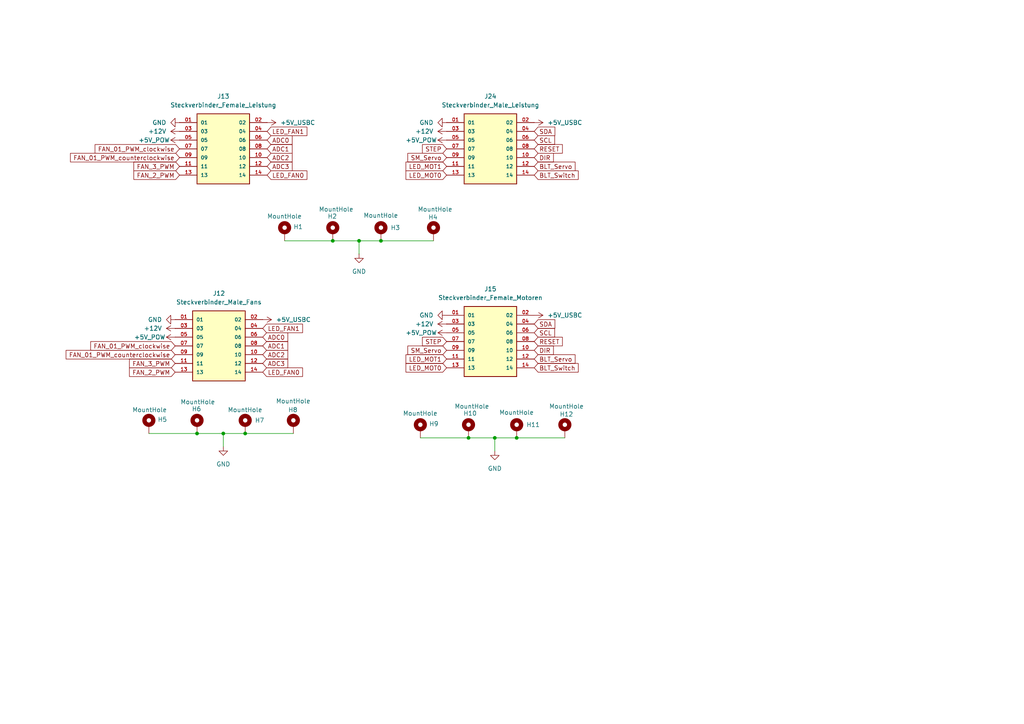
<source format=kicad_sch>
(kicad_sch (version 20231120) (generator "eeschema") (generator_version "8.0")
  (paper "A4")
  (lib_symbols
    (symbol "Imported_Component_Symbols:HLE-107-02-L-DV" (pin_names (offset 1.016))
      (property "Reference" "J" (at -8.12 10.16 0))
      (property "Value" "HLE-107-02-L-DV" (at -7.62 -12.7 0))
      (symbol "HLE-107-02-L-DV_0_0"
        (rectangle (start -7.62 -10.16) (end 7.62 10.16) (stroke (width 0.254)) (fill (type background)))
        (pin passive line (at -12.7 7.62 0) (length 5.08) (name "01") (number "01"))
        (pin passive line (at 12.7 7.62 180) (length 5.08) (name "02") (number "02"))
        (pin passive line (at -12.7 5.08 0) (length 5.08) (name "03") (number "03"))
        (pin passive line (at 12.7 5.08 180) (length 5.08) (name "04") (number "04"))
        (pin passive line (at -12.7 2.54 0) (length 5.08) (name "05") (number "05"))
        (pin passive line (at 12.7 2.54 180) (length 5.08) (name "06") (number "06"))
        (pin passive line (at -12.7 0 0) (length 5.08) (name "07") (number "07"))
        (pin passive line (at 12.7 0 180) (length 5.08) (name "08") (number "08"))
        (pin passive line (at -12.7 -2.54 0) (length 5.08) (name "09") (number "09"))
        (pin passive line (at 12.7 -2.54 180) (length 5.08) (name "10") (number "10"))
        (pin passive line (at -12.7 -5.08 0) (length 5.08) (name "11") (number "11"))
        (pin passive line (at 12.7 -5.08 180) (length 5.08) (name "12") (number "12"))
        (pin passive line (at -12.7 -7.62 0) (length 5.08) (name "13") (number "13"))
        (pin passive line (at 12.7 -7.62 180) (length 5.08) (name "14") (number "14"))
      )
    )
    (symbol "Imported_Component_Symbols:HW-07-08-L-D-250-SM" (pin_names (offset 1.016))
      (property "Reference" "J" (at -8.12 10.16 0))
      (property "Value" "HW-07-08-L-D-250-SM" (at -7.62 -12.7 0))
      (symbol "HW-07-08-L-D-250-SM_0_0"
        (rectangle (start -7.62 -10.16) (end 7.62 10.16) (stroke (width 0.254)) (fill (type background)))
        (pin passive line (at -12.7 7.62 0) (length 5.08) (name "01") (number "01"))
        (pin passive line (at 12.7 7.62 180) (length 5.08) (name "02") (number "02"))
        (pin passive line (at -12.7 5.08 0) (length 5.08) (name "03") (number "03"))
        (pin passive line (at 12.7 5.08 180) (length 5.08) (name "04") (number "04"))
        (pin passive line (at -12.7 2.54 0) (length 5.08) (name "05") (number "05"))
        (pin passive line (at 12.7 2.54 180) (length 5.08) (name "06") (number "06"))
        (pin passive line (at -12.7 0 0) (length 5.08) (name "07") (number "07"))
        (pin passive line (at 12.7 0 180) (length 5.08) (name "08") (number "08"))
        (pin passive line (at -12.7 -2.54 0) (length 5.08) (name "09") (number "09"))
        (pin passive line (at 12.7 -2.54 180) (length 5.08) (name "10") (number "10"))
        (pin passive line (at -12.7 -5.08 0) (length 5.08) (name "11") (number "11"))
        (pin passive line (at 12.7 -5.08 180) (length 5.08) (name "12") (number "12"))
        (pin passive line (at -12.7 -7.62 0) (length 5.08) (name "13") (number "13"))
        (pin passive line (at 12.7 -7.62 180) (length 5.08) (name "14") (number "14"))
      )
    )
    (symbol "Imported_Component_Symbols:TSM-107-04-L-DV" (pin_names (offset 1.016))
      (property "Reference" "J" (at -8.12 10.16 0))
      (property "Value" "TSM-107-04-L-DV" (at -7.62 -12.7 0))
      (symbol "TSM-107-04-L-DV_0_0"
        (rectangle (start -7.62 -10.16) (end 7.62 10.16) (stroke (width 0.254)) (fill (type background)))
        (pin passive line (at -12.7 7.62 0) (length 5.08) (name "01") (number "01"))
        (pin passive line (at 12.7 7.62 180) (length 5.08) (name "02") (number "02"))
        (pin passive line (at -12.7 5.08 0) (length 5.08) (name "03") (number "03"))
        (pin passive line (at 12.7 5.08 180) (length 5.08) (name "04") (number "04"))
        (pin passive line (at -12.7 2.54 0) (length 5.08) (name "05") (number "05"))
        (pin passive line (at 12.7 2.54 180) (length 5.08) (name "06") (number "06"))
        (pin passive line (at -12.7 0 0) (length 5.08) (name "07") (number "07"))
        (pin passive line (at 12.7 0 180) (length 5.08) (name "08") (number "08"))
        (pin passive line (at -12.7 -2.54 0) (length 5.08) (name "09") (number "09"))
        (pin passive line (at 12.7 -2.54 180) (length 5.08) (name "10") (number "10"))
        (pin passive line (at -12.7 -5.08 0) (length 5.08) (name "11") (number "11"))
        (pin passive line (at 12.7 -5.08 180) (length 5.08) (name "12") (number "12"))
        (pin passive line (at -12.7 -7.62 0) (length 5.08) (name "13") (number "13"))
        (pin passive line (at 12.7 -7.62 180) (length 5.08) (name "14") (number "14"))
      )
    )
    (symbol "Mechanical:MountingHole_Pad" (pin_numbers hide) (pin_names (offset 1.016) hide) (exclude_from_sim yes) (in_bom no)
      (property "Reference" "H" (at 0 6.35 0))
      (property "Value" "MountingHole_Pad" (at 0 4.445 0))
      (symbol "MountingHole_Pad_0_1"
        (circle (center 0 1.27) (radius 1.27) (stroke (width 1.27)))
      )
      (symbol "MountingHole_Pad_1_1"
        (pin input line (at 0 -2.54 90) (length 2.54) (name "1") (number "1"))
      )
    )
    (symbol "MountingHole_Pad_1" (pin_numbers hide) (pin_names (offset 1.016) hide)
      (property "Reference" "H" (at 0 6.35 0))
      (property "Value" "MountingHole_Pad" (at 0 4.445 0))
      (symbol "MountingHole_Pad_1_0_1"
        (circle (center 0 1.27) (radius 1.27) (stroke (width 1.27)))
      )
      (symbol "MountingHole_Pad_1_1_1"
        (pin input line (at 0 -2.54 90) (length 2.54) (name "1") (number "1"))
      )
    )
    (symbol "MountingHole_Pad_2" (pin_numbers hide) (pin_names (offset 1.016) hide)
      (property "Reference" "H" (at 0 6.35 0))
      (property "Value" "MountingHole_Pad" (at 0 4.445 0))
      (symbol "MountingHole_Pad_2_0_1"
        (circle (center 0 1.27) (radius 1.27) (stroke (width 1.27)))
      )
      (symbol "MountingHole_Pad_2_1_1"
        (pin input line (at 0 -2.54 90) (length 2.54) (name "1") (number "1"))
      )
    )
    (symbol "MountingHole_Pad_3" (pin_numbers hide) (pin_names (offset 1.016) hide)
      (property "Reference" "H" (at 0 6.35 0))
      (property "Value" "MountingHole_Pad" (at 0 4.445 0))
      (symbol "MountingHole_Pad_3_0_1"
        (circle (center 0 1.27) (radius 1.27) (stroke (width 1.27)))
      )
      (symbol "MountingHole_Pad_3_1_1"
        (pin input line (at 0 -2.54 90) (length 2.54) (name "1") (number "1"))
      )
    )
    (symbol "power:+12V" (power) (pin_numbers hide) (pin_names (offset 0) hide)
      (property "Value" "+12V" (at 0 3.556 0))
      (symbol "+12V_0_1"
        (polyline (pts (xy -0.762 1.27) (xy 0 2.54)))
        (polyline (pts (xy 0 0) (xy 0 2.54)))
        (polyline (pts (xy 0 2.54) (xy 0.762 1.27)))
      )
      (symbol "+12V_1_1"
        (pin power_in line (at 0 0 90) (length 0) (name "~") (number "1"))
      )
    )
    (symbol "power:+5C" (power) (pin_numbers hide) (pin_names (offset 0) hide)
      (property "Value" "+5C" (at 0 3.556 0))
      (symbol "+5C_0_1"
        (polyline (pts (xy -0.762 1.27) (xy 0 2.54)))
        (polyline (pts (xy 0 0) (xy 0 2.54)))
        (polyline (pts (xy 0 2.54) (xy 0.762 1.27)))
      )
      (symbol "+5C_1_1"
        (pin power_in line (at 0 0 90) (length 0) (name "~") (number "1"))
      )
    )
    (symbol "power:+5VP" (power) (pin_numbers hide) (pin_names (offset 0) hide)
      (property "Value" "+5VP" (at 0 3.556 0))
      (symbol "+5VP_0_1"
        (polyline (pts (xy -0.762 1.27) (xy 0 2.54)))
        (polyline (pts (xy 0 0) (xy 0 2.54)))
        (polyline (pts (xy 0 2.54) (xy 0.762 1.27)))
      )
      (symbol "+5VP_1_1"
        (pin power_in line (at 0 0 90) (length 0) (name "~") (number "1"))
      )
    )
    (symbol "power:GND" (power) (pin_numbers hide) (pin_names (offset 0) hide)
      (property "Value" "GND" (at 0 -3.81 0))
      (symbol "GND_0_1"
        (polyline (pts (xy 0 0) (xy 0 -1.27) (xy 1.27 -1.27) (xy 0 -2.54) (xy -1.27 -1.27) (xy 0 -1.27)))
      )
      (symbol "GND_1_1"
        (pin power_in line (at 0 0 270) (length 0) (name "~") (number "1"))
      )
    )
  )
  (junction (at 110.49 69.85))
  (junction (at 104.14 69.85))
  (junction (at 135.89 127))
  (junction (at 149.86 127))
  (junction (at 143.51 127))
  (junction (at 57.15 125.73))
  (junction (at 71.12 125.73))
  (junction (at 96.52 69.85))
  (junction (at 64.77 125.73))
  (wire (pts (xy 143.51 127) (xy 149.86 127)))
  (wire (pts (xy 143.51 127) (xy 143.51 130.81)))
  (wire (pts (xy 104.14 69.85) (xy 104.14 73.66)))
  (wire (pts (xy 149.86 127) (xy 163.83 127)))
  (wire (pts (xy 104.14 69.85) (xy 110.49 69.85)))
  (wire (pts (xy 135.89 127) (xy 143.51 127)))
  (wire (pts (xy 71.12 125.73) (xy 85.09 125.73)))
  (wire (pts (xy 64.77 125.73) (xy 71.12 125.73)))
  (wire (pts (xy 110.49 69.85) (xy 125.73 69.85)))
  (wire (pts (xy 96.52 69.85) (xy 104.14 69.85)))
  (wire (pts (xy 82.55 69.85) (xy 96.52 69.85)))
  (wire (pts (xy 43.18 125.73) (xy 57.15 125.73)))
  (wire (pts (xy 64.77 125.73) (xy 64.77 129.54)))
  (wire (pts (xy 57.15 125.73) (xy 64.77 125.73)))
  (wire (pts (xy 121.92 127) (xy 135.89 127)))
  (global_label "FAN_01_PWM_clockwise" (shape input) (at 52.07 43.18 180) (property "Intersheetrefs" "${INTERSHEET_REFS}" (effects (hide yes))))
  (global_label "LED_MOT1" (shape input) (at 129.54 104.14 180) (property "Intersheetrefs" "${INTERSHEET_REFS}" (effects (hide yes))))
  (global_label "DIR" (shape input) (at 154.94 101.6 0) (property "Intersheetrefs" "${INTERSHEET_REFS}" (effects (hide yes))))
  (global_label "FAN_2_PWM" (shape input) (at 50.8 107.95 180) (property "Intersheetrefs" "${INTERSHEET_REFS}" (effects (hide yes))))
  (global_label "ADC2" (shape input) (at 77.47 45.72 0) (property "Intersheetrefs" "${INTERSHEET_REFS}" (effects (hide yes))))
  (global_label "ADC3" (shape input) (at 77.47 48.26 0) (property "Intersheetrefs" "${INTERSHEET_REFS}" (effects (hide yes))))
  (global_label "LED_FAN1" (shape input) (at 76.2 95.25 0) (property "Intersheetrefs" "${INTERSHEET_REFS}" (effects (hide yes))))
  (global_label "FAN_01_PWM_counterclockwise" (shape input) (at 52.07 45.72 180) (property "Intersheetrefs" "${INTERSHEET_REFS}" (effects (hide yes))))
  (global_label "ADC3" (shape input) (at 76.2 105.41 0) (property "Intersheetrefs" "${INTERSHEET_REFS}" (effects (hide yes))))
  (global_label "BLT_Switch" (shape input) (at 154.94 50.8 0) (property "Intersheetrefs" "${INTERSHEET_REFS}" (effects (hide yes))))
  (global_label "ADC0" (shape input) (at 76.2 97.79 0) (property "Intersheetrefs" "${INTERSHEET_REFS}" (effects (hide yes))))
  (global_label "FAN_2_PWM" (shape input) (at 52.07 50.8 180) (property "Intersheetrefs" "${INTERSHEET_REFS}" (effects (hide yes))))
  (global_label "LED_FAN1" (shape input) (at 77.47 38.1 0) (property "Intersheetrefs" "${INTERSHEET_REFS}" (effects (hide yes))))
  (global_label "RESET" (shape input) (at 154.94 43.18 0) (property "Intersheetrefs" "${INTERSHEET_REFS}" (effects (hide yes))))
  (global_label "LED_FAN0" (shape input) (at 77.47 50.8 0) (property "Intersheetrefs" "${INTERSHEET_REFS}" (effects (hide yes))))
  (global_label "SCL" (shape input) (at 154.94 96.52 0) (property "Intersheetrefs" "${INTERSHEET_REFS}" (effects (hide yes))))
  (global_label "RESET" (shape input) (at 154.94 99.06 0) (property "Intersheetrefs" "${INTERSHEET_REFS}" (effects (hide yes))))
  (global_label "FAN_3_PWM" (shape input) (at 52.07 48.26 180) (property "Intersheetrefs" "${INTERSHEET_REFS}" (effects (hide yes))))
  (global_label "LED_MOT0" (shape input) (at 129.54 106.68 180) (property "Intersheetrefs" "${INTERSHEET_REFS}" (effects (hide yes))))
  (global_label "FAN_01_PWM_counterclockwise" (shape input) (at 50.8 102.87 180) (property "Intersheetrefs" "${INTERSHEET_REFS}" (effects (hide yes))))
  (global_label "DIR" (shape input) (at 154.94 45.72 0) (property "Intersheetrefs" "${INTERSHEET_REFS}" (effects (hide yes))))
  (global_label "SM_Servo" (shape input) (at 129.54 101.6 180) (property "Intersheetrefs" "${INTERSHEET_REFS}" (effects (hide yes))))
  (global_label "STEP" (shape input) (at 129.54 43.18 180) (property "Intersheetrefs" "${INTERSHEET_REFS}" (effects (hide yes))))
  (global_label "STEP" (shape input) (at 129.54 99.06 180) (property "Intersheetrefs" "${INTERSHEET_REFS}" (effects (hide yes))))
  (global_label "FAN_01_PWM_clockwise" (shape input) (at 50.8 100.33 180) (property "Intersheetrefs" "${INTERSHEET_REFS}" (effects (hide yes))))
  (global_label "SDA" (shape input) (at 154.94 38.1 0) (property "Intersheetrefs" "${INTERSHEET_REFS}" (effects (hide yes))))
  (global_label "LED_MOT1" (shape input) (at 129.54 48.26 180) (property "Intersheetrefs" "${INTERSHEET_REFS}" (effects (hide yes))))
  (global_label "SCL" (shape input) (at 154.94 40.64 0) (property "Intersheetrefs" "${INTERSHEET_REFS}" (effects (hide yes))))
  (global_label "LED_FAN0" (shape input) (at 76.2 107.95 0) (property "Intersheetrefs" "${INTERSHEET_REFS}" (effects (hide yes))))
  (global_label "SM_Servo" (shape input) (at 129.54 45.72 180) (property "Intersheetrefs" "${INTERSHEET_REFS}" (effects (hide yes))))
  (global_label "ADC2" (shape input) (at 76.2 102.87 0) (property "Intersheetrefs" "${INTERSHEET_REFS}" (effects (hide yes))))
  (global_label "BLT_Servo" (shape input) (at 154.94 104.14 0) (property "Intersheetrefs" "${INTERSHEET_REFS}" (effects (hide yes))))
  (global_label "BLT_Servo" (shape input) (at 154.94 48.26 0) (property "Intersheetrefs" "${INTERSHEET_REFS}" (effects (hide yes))))
  (global_label "ADC0" (shape input) (at 77.47 40.64 0) (property "Intersheetrefs" "${INTERSHEET_REFS}" (effects (hide yes))))
  (global_label "LED_MOT0" (shape input) (at 129.54 50.8 180) (property "Intersheetrefs" "${INTERSHEET_REFS}" (effects (hide yes))))
  (global_label "FAN_3_PWM" (shape input) (at 50.8 105.41 180) (property "Intersheetrefs" "${INTERSHEET_REFS}" (effects (hide yes))))
  (global_label "ADC1" (shape input) (at 77.47 43.18 0) (property "Intersheetrefs" "${INTERSHEET_REFS}" (effects (hide yes))))
  (global_label "ADC1" (shape input) (at 76.2 100.33 0) (property "Intersheetrefs" "${INTERSHEET_REFS}" (effects (hide yes))))
  (global_label "BLT_Switch" (shape input) (at 154.94 106.68 0) (property "Intersheetrefs" "${INTERSHEET_REFS}" (effects (hide yes))))
  (global_label "SDA" (shape input) (at 154.94 93.98 0) (property "Intersheetrefs" "${INTERSHEET_REFS}" (effects (hide yes))))
  (symbol (lib_id "Mechanical:MountingHole_Pad") (at 82.55 67.31 0) (unit 1)
    (property "Reference" "H1" (at 85.09 65.786 0) (effects (justify left)))
    (property "Value" "MountHole" (at 77.47 62.738 0) (effects (justify left)))
    (property "Footprint" "Imported_Component_Footprints:MountingHole_2.7mm_M2.5_ISO7380_Pad_TopBottom_7mm" (effects (hide yes)))
    (property "Description" "Mounting Hole with connection" (effects (hide yes)))
  )
  (symbol (lib_id "power:+12V") (at 50.8 95.25 90) (mirror x) (unit 1)
    (property "Reference" "#PWR0103" (effects (hide yes)))
    (property "Value" "+12V" (at 46.99 95.2499 90) (effects (justify left)))
    (property "Description" "Power symbol creates a global label with name \"+12V\"" (effects (hide yes)))
  )
  (symbol (lib_id "power:+5C") (at 154.94 35.56 270) (unit 1)
    (property "Reference" "#PWR046" (effects (hide yes)))
    (property "Value" "+5V_USBC" (at 158.75 35.5601 90) (effects (justify left)))
    (property "Description" "Power symbol creates a global label with name \"+5C\"" (effects (hide yes)))
  )
  (symbol (lib_id "power:+5VP") (at 50.8 97.79 90) (mirror x) (unit 1)
    (property "Reference" "#PWR0104" (effects (hide yes)))
    (property "Value" "+5V_POW" (at 43.434 97.79 90))
    (property "Description" "Power symbol creates a global label with name \"+5VP\"" (effects (hide yes)))
  )
  (symbol (lib_id "power:+5VP") (at 129.54 96.52 90) (mirror x) (unit 1)
    (property "Reference" "#PWR095" (effects (hide yes)))
    (property "Value" "+5V_POW" (at 122.174 96.52 90))
    (property "Description" "Power symbol creates a global label with name \"+5VP\"" (effects (hide yes)))
  )
  (symbol (lib_id "power:+12V") (at 129.54 38.1 90) (mirror x) (unit 1)
    (property "Reference" "#PWR0100" (effects (hide yes)))
    (property "Value" "+12V" (at 125.73 38.0999 90) (effects (justify left)))
    (property "Description" "Power symbol creates a global label with name \"+12V\"" (effects (hide yes)))
  )
  (symbol (lib_name "MountingHole_Pad_2") (lib_id "Mechanical:MountingHole_Pad") (at 110.49 67.31 0) (unit 1)
    (property "Reference" "H3" (at 113.284 66.04 0) (effects (justify left)))
    (property "Value" "MountHole" (at 105.41 62.484 0) (effects (justify left)))
    (property "Footprint" "Imported_Component_Footprints:MountingHole_2.7mm_M2.5_ISO7380_Pad_TopBottom_7mm" (effects (hide yes)))
    (property "Description" "Mounting Hole with connection" (effects (hide yes)))
  )
  (symbol (lib_id "Imported_Component_Symbols:TSM-107-04-L-DV") (at 63.5 100.33 0) (unit 1)
    (property "Reference" "J12" (at 63.5 85.09 0))
    (property "Value" "Steckverbinder_Male_Fans" (at 63.5 87.63 0))
    (property "Footprint" "Imported_Component_Footprints:SAMTEC_TSM-107-04-L-DV" (effects (hide yes)))
    (property "MANUFACTURER" "SAMTEC" (effects (hide yes)))
  )
  (symbol (lib_name "MountingHole_Pad_3") (lib_id "Mechanical:MountingHole_Pad") (at 135.89 124.46 0) (unit 1)
    (property "Reference" "H10" (at 134.366 119.888 0) (effects (justify left)))
    (property "Value" "MountHole" (at 131.826 117.856 0) (effects (justify left)))
    (property "Footprint" "MountingHole:MountingHole_2.7mm_M2.5_ISO7380_Pad_TopBottom" (effects (hide yes)))
    (property "Description" "Mounting Hole with connection" (effects (hide yes)))
  )
  (symbol (lib_id "Mechanical:MountingHole_Pad") (at 121.92 124.46 0) (unit 1)
    (property "Reference" "H9" (at 124.46 122.936 0) (effects (justify left)))
    (property "Value" "MountHole" (at 116.84 119.888 0) (effects (justify left)))
    (property "Footprint" "MountingHole:MountingHole_2.7mm_M2.5_ISO7380_Pad_TopBottom" (effects (hide yes)))
    (property "Description" "Mounting Hole with connection" (effects (hide yes)))
  )
  (symbol (lib_id "Mechanical:MountingHole_Pad") (at 85.09 123.19 0) (unit 1)
    (property "Reference" "H8" (at 83.566 118.872 0) (effects (justify left)))
    (property "Value" "MountHole" (at 80.01 116.332 0) (effects (justify left)))
    (property "Footprint" "Imported_Component_Footprints:MountingHole_2.7mm_M2.5_ISO7380_Pad_TopBottom_111mm" (effects (hide yes)))
    (property "Description" "Mounting Hole with connection" (effects (hide yes)))
  )
  (symbol (lib_id "power:+5VP") (at 52.07 40.64 90) (mirror x) (unit 1)
    (property "Reference" "#PWR078" (effects (hide yes)))
    (property "Value" "+5V_POW" (at 44.704 40.64 90))
    (property "Description" "Power symbol creates a global label with name \"+5VP\"" (effects (hide yes)))
  )
  (symbol (lib_id "power:GND") (at 52.07 35.56 270) (mirror x) (unit 1)
    (property "Reference" "#PWR071" (effects (hide yes)))
    (property "Value" "GND" (at 48.26 35.5599 90) (effects (justify right)))
    (property "Description" "Power symbol creates a global label with name \"GND\" , ground" (effects (hide yes)))
  )
  (symbol (lib_id "power:+12V") (at 129.54 93.98 90) (mirror x) (unit 1)
    (property "Reference" "#PWR080" (effects (hide yes)))
    (property "Value" "+12V" (at 125.73 93.9799 90) (effects (justify left)))
    (property "Description" "Power symbol creates a global label with name \"+12V\"" (effects (hide yes)))
  )
  (symbol (lib_id "power:+5C") (at 76.2 92.71 270) (unit 1)
    (property "Reference" "#PWR050" (effects (hide yes)))
    (property "Value" "+5V_USBC" (at 80.01 92.7101 90) (effects (justify left)))
    (property "Description" "Power symbol creates a global label with name \"+5C\"" (effects (hide yes)))
  )
  (symbol (lib_id "Mechanical:MountingHole_Pad") (at 71.12 123.19 0) (unit 1)
    (property "Reference" "H7" (at 73.914 121.92 0) (effects (justify left)))
    (property "Value" "MountHole" (at 66.04 118.872 0) (effects (justify left)))
    (property "Footprint" "Imported_Component_Footprints:MountingHole_2.7mm_M2.5_ISO7380_Pad_TopBottom_111mm" (effects (hide yes)))
    (property "Description" "Mounting Hole with connection" (effects (hide yes)))
  )
  (symbol (lib_name "MountingHole_Pad_3") (lib_id "Mechanical:MountingHole_Pad") (at 96.52 67.31 0) (unit 1)
    (property "Reference" "H2" (at 94.996 62.738 0) (effects (justify left)))
    (property "Value" "MountHole" (at 92.456 60.706 0) (effects (justify left)))
    (property "Footprint" "Imported_Component_Footprints:MountingHole_2.7mm_M2.5_ISO7380_Pad_TopBottom_7mm" (effects (hide yes)))
    (property "Description" "Mounting Hole with connection" (effects (hide yes)))
  )
  (symbol (lib_name "MountingHole_Pad_1") (lib_id "Mechanical:MountingHole_Pad") (at 163.83 124.46 0) (unit 1)
    (property "Reference" "H12" (at 162.306 120.142 0) (effects (justify left)))
    (property "Value" "MountHole" (at 159.258 117.856 0) (effects (justify left)))
    (property "Footprint" "MountingHole:MountingHole_2.7mm_M2.5_ISO7380_Pad_TopBottom" (effects (hide yes)))
    (property "Description" "Mounting Hole with connection" (effects (hide yes)))
  )
  (symbol (lib_id "Mechanical:MountingHole_Pad") (at 57.15 123.19 0) (unit 1)
    (property "Reference" "H6" (at 55.626 118.618 0) (effects (justify left)))
    (property "Value" "MountHole" (at 52.324 116.586 0) (effects (justify left)))
    (property "Footprint" "Imported_Component_Footprints:MountingHole_2.7mm_M2.5_ISO7380_Pad_TopBottom_111mm" (effects (hide yes)))
    (property "Description" "Mounting Hole with connection" (effects (hide yes)))
  )
  (symbol (lib_id "power:+12V") (at 52.07 38.1 90) (mirror x) (unit 1)
    (property "Reference" "#PWR075" (effects (hide yes)))
    (property "Value" "+12V" (at 48.26 38.0999 90) (effects (justify left)))
    (property "Description" "Power symbol creates a global label with name \"+12V\"" (effects (hide yes)))
  )
  (symbol (lib_id "power:GND") (at 129.54 35.56 270) (mirror x) (unit 1)
    (property "Reference" "#PWR099" (effects (hide yes)))
    (property "Value" "GND" (at 125.73 35.5599 90) (effects (justify right)))
    (property "Description" "Power symbol creates a global label with name \"GND\" , ground" (effects (hide yes)))
  )
  (symbol (lib_id "power:+5C") (at 154.94 91.44 270) (unit 1)
    (property "Reference" "#PWR054" (effects (hide yes)))
    (property "Value" "+5V_USBC" (at 158.75 91.4401 90) (effects (justify left)))
    (property "Description" "Power symbol creates a global label with name \"+5C\"" (effects (hide yes)))
  )
  (symbol (lib_id "Mechanical:MountingHole_Pad") (at 43.18 123.19 0) (unit 1)
    (property "Reference" "H5" (at 45.72 121.666 0) (effects (justify left)))
    (property "Value" "MountHole" (at 38.354 118.872 0) (effects (justify left)))
    (property "Footprint" "Imported_Component_Footprints:MountingHole_2.7mm_M2.5_ISO7380_Pad_TopBottom_111mm" (effects (hide yes)))
    (property "Description" "Mounting Hole with connection" (effects (hide yes)))
  )
  (symbol (lib_id "power:GND") (at 64.77 129.54 0) (unit 1)
    (property "Reference" "#PWR082" (effects (hide yes)))
    (property "Value" "GND" (at 64.77 134.62 0))
    (property "Description" "Power symbol creates a global label with name \"GND\" , ground" (effects (hide yes)))
  )
  (symbol (lib_name "MountingHole_Pad_2") (lib_id "Mechanical:MountingHole_Pad") (at 149.86 124.46 0) (unit 1)
    (property "Reference" "H11" (at 152.654 123.19 0) (effects (justify left)))
    (property "Value" "MountHole" (at 144.78 119.634 0) (effects (justify left)))
    (property "Footprint" "MountingHole:MountingHole_2.7mm_M2.5_ISO7380_Pad_TopBottom" (effects (hide yes)))
    (property "Description" "Mounting Hole with connection" (effects (hide yes)))
  )
  (symbol (lib_id "power:GND") (at 50.8 92.71 270) (mirror x) (unit 1)
    (property "Reference" "#PWR079" (effects (hide yes)))
    (property "Value" "GND" (at 46.99 92.7099 90) (effects (justify right)))
    (property "Description" "Power symbol creates a global label with name \"GND\" , ground" (effects (hide yes)))
  )
  (symbol (lib_id "power:+5C") (at 77.47 35.56 270) (unit 1)
    (property "Reference" "#PWR072" (effects (hide yes)))
    (property "Value" "+5V_USBC" (at 81.28 35.5601 90) (effects (justify left)))
    (property "Description" "Power symbol creates a global label with name \"+5C\"" (effects (hide yes)))
  )
  (symbol (lib_id "power:GND") (at 104.14 73.66 0) (unit 1)
    (property "Reference" "#PWR081" (effects (hide yes)))
    (property "Value" "GND" (at 104.14 78.74 0))
    (property "Description" "Power symbol creates a global label with name \"GND\" , ground" (effects (hide yes)))
  )
  (symbol (lib_id "Imported_Component_Symbols:HW-07-08-L-D-250-SM") (at 142.24 43.18 0) (unit 1)
    (property "Reference" "J24" (at 142.24 27.94 0))
    (property "Value" "Steckverbinder_Male_Leistung" (at 142.24 30.48 0))
    (property "Footprint" "Imported_Component_Footprints:SAMTEC_HW-07-08-L-D-250-SM" (effects (hide yes)))
    (property "PARTREV" "R" (effects (hide yes)))
    (property "MANUFACTURER" "Samtec" (effects (hide yes)))
    (property "STANDARD" "Manufacturer Recommendations" (effects (hide yes)))
  )
  (symbol (lib_id "power:GND") (at 129.54 91.44 270) (mirror x) (unit 1)
    (property "Reference" "#PWR055" (effects (hide yes)))
    (property "Value" "GND" (at 125.73 91.4399 90) (effects (justify right)))
    (property "Description" "Power symbol creates a global label with name \"GND\" , ground" (effects (hide yes)))
  )
  (symbol (lib_id "power:GND") (at 143.51 130.81 0) (unit 1)
    (property "Reference" "#PWR086" (effects (hide yes)))
    (property "Value" "GND" (at 143.51 135.89 0))
    (property "Description" "Power symbol creates a global label with name \"GND\" , ground" (effects (hide yes)))
  )
  (symbol (lib_id "Imported_Component_Symbols:HLE-107-02-L-DV") (at 142.24 99.06 0) (unit 1)
    (property "Reference" "J15" (at 142.24 83.82 0))
    (property "Value" "Steckverbinder_Female_Motoren" (at 142.24 86.36 0))
    (property "Footprint" "Imported_Component_Footprints:SAMTEC_HLE-107-02-L-DV" (effects (hide yes)))
    (property "PARTREV" "R" (effects (hide yes)))
    (property "STANDARD" "Manufacturer Recommendations" (effects (hide yes)))
    (property "MANUFACTURER" "Samtec" (effects (hide yes)))
  )
  (symbol (lib_name "MountingHole_Pad_1") (lib_id "Mechanical:MountingHole_Pad") (at 125.73 67.31 0) (unit 1)
    (property "Reference" "H4" (at 124.206 62.992 0) (effects (justify left)))
    (property "Value" "MountHole" (at 121.158 60.706 0) (effects (justify left)))
    (property "Footprint" "Imported_Component_Footprints:MountingHole_2.7mm_M2.5_ISO7380_Pad_TopBottom_7mm" (effects (hide yes)))
    (property "Description" "Mounting Hole with connection" (effects (hide yes)))
  )
  (symbol (lib_id "power:+5VP") (at 129.54 40.64 90) (mirror x) (unit 1)
    (property "Reference" "#PWR0101" (effects (hide yes)))
    (property "Value" "+5V_POW" (at 122.174 40.64 90))
    (property "Description" "Power symbol creates a global label with name \"+5VP\"" (effects (hide yes)))
  )
  (symbol (lib_id "Imported_Component_Symbols:HLE-107-02-L-DV") (at 64.77 43.18 0) (unit 1)
    (property "Reference" "J13" (at 64.77 27.94 0))
    (property "Value" "Steckverbinder_Female_Leistung" (at 64.77 30.48 0))
    (property "Footprint" "Imported_Component_Footprints:SAMTEC_HLE-107-02-L-DV" (effects (hide yes)))
    (property "PARTREV" "R" (effects (hide yes)))
    (property "STANDARD" "Manufacturer Recommendations" (effects (hide yes)))
    (property "MANUFACTURER" "Samtec" (effects (hide yes)))
  )
)
</source>
